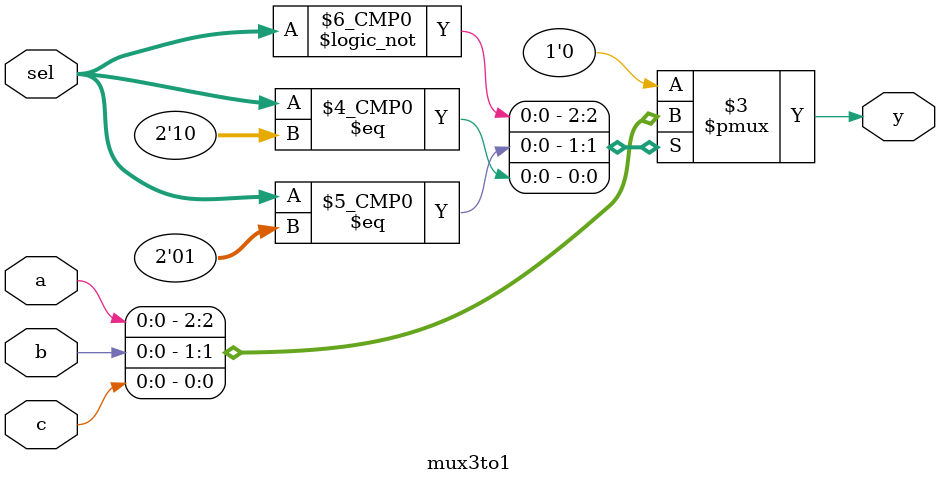
<source format=sv>
module mux3to1 (
	input logic		a,
	input logic		b,
	input logic		c,
	input logic	[2-1:0] sel,
	output logic 		y
);
	always_comb begin
		case (sel)
			2'b00	: y = a;
			2'b01	: y = b;
			2'b10	: y = c;
			default	: y = '0;
		endcase
	end
endmodule

</source>
